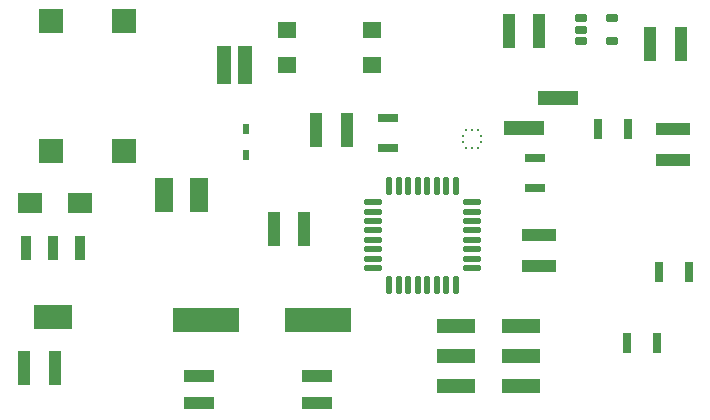
<source format=gtp>
G04*
G04 #@! TF.GenerationSoftware,Altium Limited,Altium Designer,22.2.1 (43)*
G04*
G04 Layer_Color=8421504*
%FSLAX25Y25*%
%MOIN*%
G70*
G04*
G04 #@! TF.SameCoordinates,AAFBACAA-EC33-4654-A321-DB7F653A4B28*
G04*
G04*
G04 #@! TF.FilePolarity,Positive*
G04*
G01*
G75*
%ADD15R,0.12520X0.05000*%
%ADD16R,0.11811X0.03937*%
%ADD17R,0.13504X0.05000*%
%ADD18R,0.03937X0.11811*%
G04:AMPARAMS|DCode=19|XSize=25.98mil|YSize=41.34mil|CornerRadius=6.89mil|HoleSize=0mil|Usage=FLASHONLY|Rotation=90.000|XOffset=0mil|YOffset=0mil|HoleType=Round|Shape=RoundedRectangle|*
%AMROUNDEDRECTD19*
21,1,0.02598,0.02757,0,0,90.0*
21,1,0.01221,0.04134,0,0,90.0*
1,1,0.01377,0.01378,0.00611*
1,1,0.01377,0.01378,-0.00611*
1,1,0.01377,-0.01378,-0.00611*
1,1,0.01377,-0.01378,0.00611*
%
%ADD19ROUNDEDRECTD19*%
%ADD20R,0.04528X0.12598*%
%ADD21R,0.07874X0.07874*%
%ADD22R,0.05940X0.11200*%
%ADD23R,0.02400X0.03500*%
%ADD24R,0.08400X0.07087*%
%ADD25R,0.08400X0.07087*%
G04:AMPARAMS|DCode=26|XSize=62.99mil|YSize=19.68mil|CornerRadius=5.22mil|HoleSize=0mil|Usage=FLASHONLY|Rotation=270.000|XOffset=0mil|YOffset=0mil|HoleType=Round|Shape=RoundedRectangle|*
%AMROUNDEDRECTD26*
21,1,0.06299,0.00925,0,0,270.0*
21,1,0.05256,0.01968,0,0,270.0*
1,1,0.01043,-0.00463,-0.02628*
1,1,0.01043,-0.00463,0.02628*
1,1,0.01043,0.00463,0.02628*
1,1,0.01043,0.00463,-0.02628*
%
%ADD26ROUNDEDRECTD26*%
G04:AMPARAMS|DCode=27|XSize=62.99mil|YSize=19.68mil|CornerRadius=5.22mil|HoleSize=0mil|Usage=FLASHONLY|Rotation=180.000|XOffset=0mil|YOffset=0mil|HoleType=Round|Shape=RoundedRectangle|*
%AMROUNDEDRECTD27*
21,1,0.06299,0.00925,0,0,180.0*
21,1,0.05256,0.01968,0,0,180.0*
1,1,0.01043,-0.02628,0.00463*
1,1,0.01043,0.02628,0.00463*
1,1,0.01043,0.02628,-0.00463*
1,1,0.01043,-0.02628,-0.00463*
%
%ADD27ROUNDEDRECTD27*%
%ADD28R,0.06693X0.02559*%
%ADD29R,0.22047X0.08268*%
%ADD30R,0.06299X0.05512*%
%ADD31R,0.02559X0.06693*%
%ADD32R,0.01083X0.00984*%
%ADD33R,0.00984X0.01083*%
%ADD34R,0.09882X0.04331*%
%ADD35R,0.12795X0.08465*%
%ADD36R,0.03740X0.08465*%
D15*
X158543Y25197D02*
D03*
X180039D02*
D03*
Y15197D02*
D03*
X158543D02*
D03*
Y35197D02*
D03*
X180039D02*
D03*
D16*
X186070Y55246D02*
D03*
Y65482D02*
D03*
X230709Y100787D02*
D03*
Y90551D02*
D03*
D17*
X192559Y111299D02*
D03*
X181063Y101299D02*
D03*
D18*
X107874Y67635D02*
D03*
X97638D02*
D03*
X122047Y100591D02*
D03*
X111811D02*
D03*
X233465Y129317D02*
D03*
X223228D02*
D03*
X175984Y133500D02*
D03*
X186220D02*
D03*
X14567Y21260D02*
D03*
X24803D02*
D03*
D19*
X200236Y137795D02*
D03*
Y134055D02*
D03*
Y130315D02*
D03*
X210433D02*
D03*
Y137795D02*
D03*
D20*
X88189Y122244D02*
D03*
X81102D02*
D03*
D21*
X23425Y136811D02*
D03*
X47638D02*
D03*
X23425Y93504D02*
D03*
X47638D02*
D03*
D22*
X61006Y78937D02*
D03*
X72852D02*
D03*
D23*
X88292Y92323D02*
D03*
Y100984D02*
D03*
D24*
X33071Y76181D02*
D03*
D25*
X16271D02*
D03*
D26*
X136220Y82008D02*
D03*
X139370D02*
D03*
X142520D02*
D03*
X145669D02*
D03*
X148819D02*
D03*
X151969D02*
D03*
X155118D02*
D03*
X158268D02*
D03*
Y49095D02*
D03*
X155118D02*
D03*
X151969D02*
D03*
X148819D02*
D03*
X145669D02*
D03*
X142520D02*
D03*
X139370D02*
D03*
X136220D02*
D03*
D27*
X163701Y76575D02*
D03*
Y73425D02*
D03*
Y70276D02*
D03*
Y67126D02*
D03*
Y63976D02*
D03*
Y60827D02*
D03*
Y57677D02*
D03*
Y54528D02*
D03*
X130787D02*
D03*
Y57677D02*
D03*
Y60827D02*
D03*
Y63976D02*
D03*
Y67126D02*
D03*
Y70276D02*
D03*
Y73425D02*
D03*
Y76575D02*
D03*
D28*
X135827Y94587D02*
D03*
Y104626D02*
D03*
X184646Y81201D02*
D03*
Y91240D02*
D03*
D29*
X75098Y37402D02*
D03*
X112500D02*
D03*
D30*
X101968Y122244D02*
D03*
X130315D02*
D03*
X101968Y134055D02*
D03*
X130315D02*
D03*
D31*
X236220Y53347D02*
D03*
X226181D02*
D03*
X215453Y29724D02*
D03*
X225492D02*
D03*
X215650Y100960D02*
D03*
X205610D02*
D03*
D32*
X160699Y98524D02*
D03*
Y96555D02*
D03*
X166703D02*
D03*
Y98524D02*
D03*
D33*
X161732Y94537D02*
D03*
X163701D02*
D03*
X165669D02*
D03*
Y100541D02*
D03*
X163701D02*
D03*
X161732D02*
D03*
D34*
X112205Y18504D02*
D03*
Y9449D02*
D03*
X72835Y18504D02*
D03*
Y9449D02*
D03*
D35*
X24016Y38386D02*
D03*
D36*
X14961Y61221D02*
D03*
X24016D02*
D03*
X33071D02*
D03*
M02*

</source>
